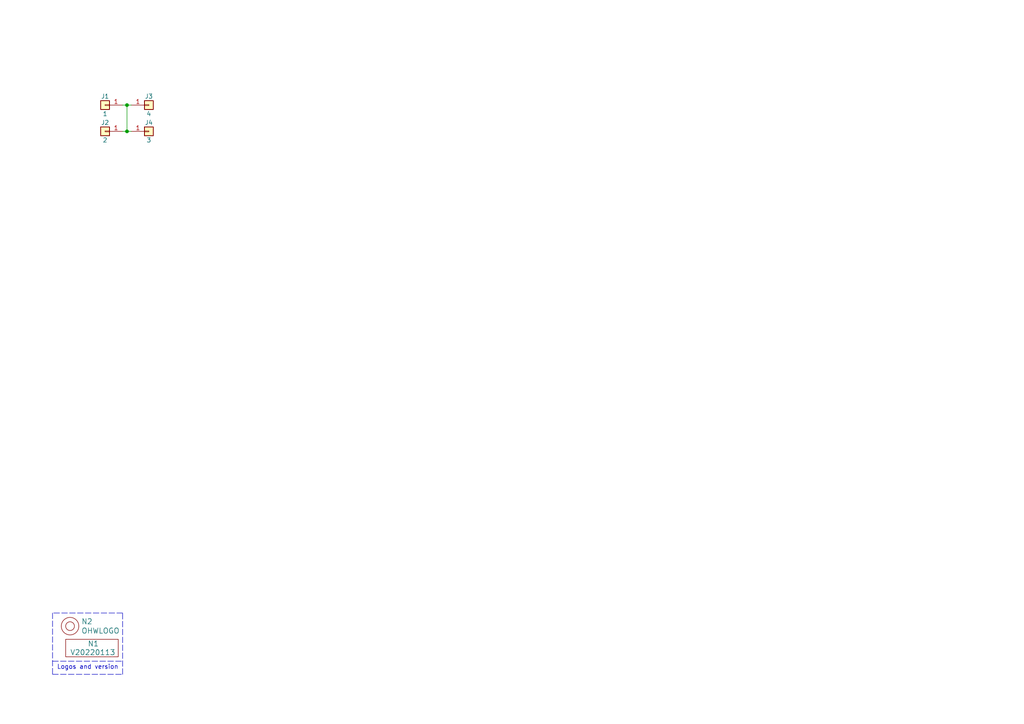
<source format=kicad_sch>
(kicad_sch (version 20230121) (generator eeschema)
  (paper "A4")
  (lib_symbols
    (symbol "Connector_Generic:Conn_01x01" (pin_names (offset 1.016) hide)
      (property "Reference" "J" (at 0 2.54 0))
      (property "Value" "Conn_01x01" (at 0 -2.54 0))
      (symbol "Conn_01x01_1_1"
        (rectangle (start -1.27 0.127) (end 0 -0.127) (stroke (width 0.1524)))
        (rectangle (start -1.27 1.27) (end 1.27 -1.27) (stroke (width 0.254)) (fill (type background)))
        (pin passive line (at -5.08 0 0) (length 3.81) (name "Pin_1") (number "1"))
      )
    )
    (symbol "SquantorLabels:OHWLOGO" (pin_names (offset 1.016))
      (property "Reference" "N" (at 0 3.81 0))
      (property "Value" "SquantorLabels_OHWLOGO" (at 0 -3.81 0))
      (symbol "OHWLOGO_0_1"
        (circle (center 0 0) (radius 1.27))
        (circle (center 0 0) (radius 2.54))
      )
    )
    (symbol "SquantorLabels:VYYYYMMDD" (pin_names (offset 1.016))
      (property "Reference" "N" (at 0 2.54 0))
      (property "Value" "SquantorLabels_VYYYYMMDD" (at 0 0 0))
      (symbol "VYYYYMMDD_0_1"
        (rectangle (start 7.62 -1.27) (end -7.62 3.81))
      )
    )
  )
  (junction (at 36.83 38.1))
  (junction (at 36.83 30.48))
  (wire (pts (xy 35.56 30.48) (xy 36.83 30.48)))
  (polyline (pts (xy 15.24 191.77) (xy 35.56 191.77)) (stroke (width 0) (type dash)))
  (polyline (pts (xy 15.24 195.58) (xy 35.56 195.58)) (stroke (width 0) (type dash)))
  (wire (pts (xy 36.83 30.48) (xy 38.1 30.48)))
  (wire (pts (xy 36.83 38.1) (xy 38.1 38.1)))
  (polyline (pts (xy 15.24 177.8) (xy 15.24 195.58)) (stroke (width 0) (type dash)))
  (wire (pts (xy 36.83 38.1) (xy 35.56 38.1)))
  (polyline (pts (xy 35.56 195.58) (xy 35.56 177.8)) (stroke (width 0) (type dash)))
  (wire (pts (xy 36.83 30.48) (xy 36.83 38.1)))
  (polyline (pts (xy 35.56 177.8) (xy 15.24 177.8)) (stroke (width 0) (type dash)))
  (text "Logos and version" (at 16.51 194.31 0) (effects (font (size 1.27 1.27)) (justify left bottom)))
  (symbol (lib_id "SquantorLabels:VYYYYMMDD") (at 26.67 189.23 0) (unit 1)
    (property "Reference" "N1" (at 25.4 186.69 0) (effects (font (size 1.524 1.524)) (justify left)))
    (property "Value" "V20220113" (at 20.32 189.23 0) (effects (font (size 1.524 1.524)) (justify left)))
    (property "Footprint" "SquantorLabels:Label_Generic" (effects hide))
  )
  (symbol (lib_id "SquantorLabels:OHWLOGO") (at 20.32 181.61 0) (unit 1)
    (property "Reference" "N2" (at 23.5712 180.2638 0) (effects (font (size 1.524 1.524)) (justify left)))
    (property "Value" "OHWLOGO" (at 23.5712 182.9562 0) (effects (font (size 1.524 1.524)) (justify left)))
    (property "Footprint" "Symbol:OSHW-Symbol_6.7x6mm_SilkScreen" (effects hide))
  )
  (symbol (lib_id "Connector_Generic:Conn_01x01") (at 30.48 38.1 180) (unit 1)
    (property "Reference" "J2" (at 30.48 35.56 0))
    (property "Value" "2" (at 30.48 40.64 0))
    (property "Footprint" "mill-max:PC_pin_nail_head_6092" (effects hide))
  )
  (symbol (lib_id "Connector_Generic:Conn_01x01") (at 30.48 30.48 180) (unit 1)
    (property "Reference" "J1" (at 30.48 27.94 0))
    (property "Value" "1" (at 30.48 33.02 0))
    (property "Footprint" "mill-max:PC_pin_nail_head_6092" (effects hide))
  )
  (symbol (lib_id "Connector_Generic:Conn_01x01") (at 43.18 30.48 0) (mirror x) (unit 1)
    (property "Reference" "J3" (at 43.18 27.94 0))
    (property "Value" "4" (at 43.18 33.02 0))
    (property "Footprint" "mill-max:PC_pin_nail_head_6092" (effects hide))
  )
  (symbol (lib_id "Connector_Generic:Conn_01x01") (at 43.18 38.1 0) (mirror x) (unit 1)
    (property "Reference" "J4" (at 43.18 35.56 0))
    (property "Value" "3" (at 43.18 40.64 0))
    (property "Footprint" "mill-max:PC_pin_nail_head_6092" (effects hide))
  )
)
</source>
